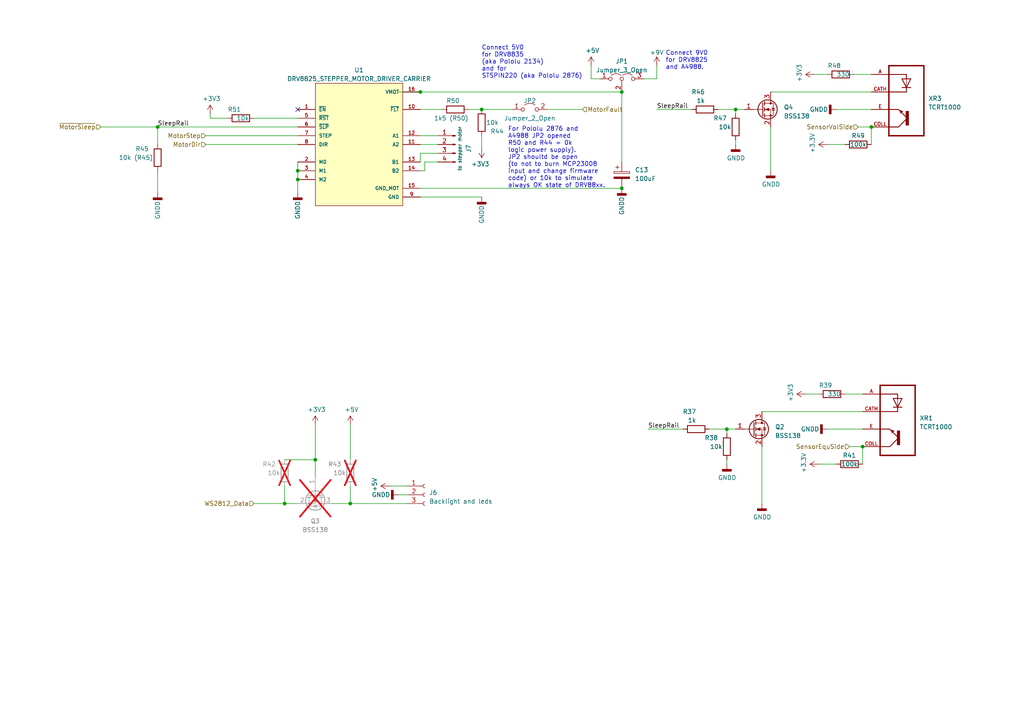
<source format=kicad_sch>
(kicad_sch (version 20230121) (generator eeschema)
  (paper "A4")
  (lib_symbols
    (symbol "Connector:Conn_01x03_Socket" (pin_names (offset 1.016) hide)
      (property "Reference" "J" (at 0 5.08 0))
      (property "Value" "Conn_01x03_Socket" (at 0 -5.08 0))
      (symbol "Conn_01x03_Socket_1_1"
        (arc (start 0 -2.032) (mid -0.5058 -2.54) (end 0 -3.048) (stroke (width 0.1524)))
        (polyline (pts (xy -1.27 -2.54) (xy -0.508 -2.54)) (stroke (width 0.1524)))
        (polyline (pts (xy -1.27 0) (xy -0.508 0)) (stroke (width 0.1524)))
        (polyline (pts (xy -1.27 2.54) (xy -0.508 2.54)) (stroke (width 0.1524)))
        (arc (start 0 0.508) (mid -0.5058 0) (end 0 -0.508) (stroke (width 0.1524)))
        (arc (start 0 3.048) (mid -0.5058 2.54) (end 0 2.032) (stroke (width 0.1524)))
        (pin passive line (at -5.08 2.54 0) (length 3.81) (name "Pin_1") (number "1"))
        (pin passive line (at -5.08 0 0) (length 3.81) (name "Pin_2") (number "2"))
        (pin passive line (at -5.08 -2.54 0) (length 3.81) (name "Pin_3") (number "3"))
      )
    )
    (symbol "Connector:Conn_01x04_Male" (pin_names (offset 1.016) hide)
      (property "Reference" "J" (at 0 5.08 0))
      (property "Value" "Connector_Conn_01x04_Male" (at 0 -7.62 0))
      (symbol "Conn_01x04_Male_1_1"
        (polyline (pts (xy 1.27 -5.08) (xy 0.8636 -5.08)) (stroke (width 0.1524)))
        (polyline (pts (xy 1.27 -2.54) (xy 0.8636 -2.54)) (stroke (width 0.1524)))
        (polyline (pts (xy 1.27 0) (xy 0.8636 0)) (stroke (width 0.1524)))
        (polyline (pts (xy 1.27 2.54) (xy 0.8636 2.54)) (stroke (width 0.1524)))
        (rectangle (start 0.8636 -4.953) (end 0 -5.207) (stroke (width 0.1524)) (fill (type outline)))
        (rectangle (start 0.8636 -2.413) (end 0 -2.667) (stroke (width 0.1524)) (fill (type outline)))
        (rectangle (start 0.8636 0.127) (end 0 -0.127) (stroke (width 0.1524)) (fill (type outline)))
        (rectangle (start 0.8636 2.667) (end 0 2.413) (stroke (width 0.1524)) (fill (type outline)))
        (pin passive line (at 5.08 2.54 180) (length 3.81) (name "Pin_1") (number "1"))
        (pin passive line (at 5.08 0 180) (length 3.81) (name "Pin_2") (number "2"))
        (pin passive line (at 5.08 -2.54 180) (length 3.81) (name "Pin_3") (number "3"))
        (pin passive line (at 5.08 -5.08 180) (length 3.81) (name "Pin_4") (number "4"))
      )
    )
    (symbol "DRV8825_STEPPER_MOTOR_DRIVER_CARRIER:DRV8825_STEPPER_MOTOR_DRIVER_CARRIER" (pin_names (offset 1.016))
      (property "Reference" "U" (at -12.7 18.542 0))
      (property "Value" "DRV8825_STEPPER_MOTOR_DRIVER_CARRIER" (at -12.7 -20.32 0))
      (symbol "DRV8825_STEPPER_MOTOR_DRIVER_CARRIER_0_0"
        (rectangle (start -12.7 -17.78) (end 12.7 17.78) (stroke (width 0.1524)) (fill (type background)))
        (pin input line (at -17.78 10.16 0) (length 5.08) (name "~{EN}") (number "1"))
        (pin output line (at 17.78 10.16 180) (length 5.08) (name "~{FLT}") (number "10"))
        (pin output line (at 17.78 0 180) (length 5.08) (name "A2") (number "11"))
        (pin output line (at 17.78 2.54 180) (length 5.08) (name "A1") (number "12"))
        (pin output line (at 17.78 -5.08 180) (length 5.08) (name "B1") (number "13"))
        (pin output line (at 17.78 -7.62 180) (length 5.08) (name "B2") (number "14"))
        (pin power_in line (at 17.78 -12.7 180) (length 5.08) (name "GND_MOT") (number "15"))
        (pin power_in line (at 17.78 15.24 180) (length 5.08) (name "VMOT") (number "16"))
        (pin input line (at -17.78 -5.08 0) (length 5.08) (name "M0") (number "2"))
        (pin input line (at -17.78 -7.62 0) (length 5.08) (name "M1") (number "3"))
        (pin input line (at -17.78 -10.16 0) (length 5.08) (name "M2") (number "4"))
        (pin input line (at -17.78 7.62 0) (length 5.08) (name "~{RST}") (number "5"))
        (pin input line (at -17.78 5.08 0) (length 5.08) (name "~{SLP}") (number "6"))
        (pin input line (at -17.78 2.54 0) (length 5.08) (name "STEP") (number "7"))
        (pin input line (at -17.78 0 0) (length 5.08) (name "DIR") (number "8"))
        (pin power_in line (at 17.78 -15.24 180) (length 5.08) (name "GND") (number "9"))
      )
    )
    (symbol "Device:C_Polarized" (pin_numbers hide) (pin_names (offset 0.254))
      (property "Reference" "C" (at 0.635 2.54 0))
      (property "Value" "C_Polarized" (at 0.635 -2.54 0))
      (symbol "C_Polarized_0_1"
        (rectangle (start -2.286 0.508) (end 2.286 1.016))
        (polyline (pts (xy -1.778 2.286) (xy -0.762 2.286)))
        (polyline (pts (xy -1.27 2.794) (xy -1.27 1.778)))
        (rectangle (start 2.286 -0.508) (end -2.286 -1.016) (fill (type outline)))
      )
      (symbol "C_Polarized_1_1"
        (pin passive line (at 0 3.81 270) (length 2.794) (name "~") (number "1"))
        (pin passive line (at 0 -3.81 90) (length 2.794) (name "~") (number "2"))
      )
    )
    (symbol "Device:R" (pin_numbers hide) (pin_names (offset 0))
      (property "Reference" "R" (at 2.032 0 90))
      (property "Value" "R" (at 0 0 90))
      (symbol "R_0_1"
        (rectangle (start -1.016 -2.54) (end 1.016 2.54) (stroke (width 0.254)))
      )
      (symbol "R_1_1"
        (pin passive line (at 0 3.81 270) (length 1.27) (name "~") (number "1"))
        (pin passive line (at 0 -3.81 90) (length 1.27) (name "~") (number "2"))
      )
    )
    (symbol "Jumper:Jumper_2_Open" (pin_names (offset 0) hide)
      (property "Reference" "JP" (at 0 2.794 0))
      (property "Value" "Jumper_2_Open" (at 0 -2.286 0))
      (symbol "Jumper_2_Open_0_0"
        (circle (center -2.032 0) (radius 0.508))
        (circle (center 2.032 0) (radius 0.508))
      )
      (symbol "Jumper_2_Open_0_1"
        (arc (start 1.524 1.27) (mid 0 1.778) (end -1.524 1.27))
      )
      (symbol "Jumper_2_Open_1_1"
        (pin passive line (at -5.08 0 0) (length 2.54) (name "A") (number "1"))
        (pin passive line (at 5.08 0 180) (length 2.54) (name "B") (number "2"))
      )
    )
    (symbol "Jumper:Jumper_3_Open" (pin_names (offset 0) hide)
      (property "Reference" "JP" (at -2.54 -2.54 0))
      (property "Value" "Jumper_3_Open" (at 0 2.794 0))
      (symbol "Jumper_3_Open_0_0"
        (circle (center -3.302 0) (radius 0.508))
        (circle (center 0 0) (radius 0.508))
        (circle (center 3.302 0) (radius 0.508))
      )
      (symbol "Jumper_3_Open_0_1"
        (arc (start -0.254 1.016) (mid -1.651 1.4992) (end -3.048 1.016))
        (polyline (pts (xy 0 -0.508) (xy 0 -1.27)))
        (arc (start 3.048 1.016) (mid 1.651 1.4992) (end 0.254 1.016))
      )
      (symbol "Jumper_3_Open_1_1"
        (pin passive line (at -6.35 0 0) (length 2.54) (name "A") (number "1"))
        (pin passive line (at 0 -3.81 90) (length 2.54) (name "C") (number "2"))
        (pin passive line (at 6.35 0 180) (length 2.54) (name "B") (number "3"))
      )
    )
    (symbol "TCRT1000:TCRT1000" (pin_names (offset 1.016) hide)
      (property "Reference" "XR" (at -5.08 10.6934 0))
      (property "Value" "TCRT1000" (at -5.1054 -12.7254 0))
      (symbol "TCRT1000_0_0"
        (rectangle (start -0.127 -7.112) (end 0.635 -3.048) (fill (type outline)))
        (polyline (pts (xy -5.08 -10.16) (xy 5.08 -10.16)) (stroke (width 0.4064)))
        (polyline (pts (xy -5.08 2.54) (xy -5.08 -10.16)) (stroke (width 0.4064)))
        (polyline (pts (xy -5.08 2.54) (xy -5.08 7.62)) (stroke (width 0.4064)))
        (polyline (pts (xy -5.08 7.62) (xy -5.08 10.16)) (stroke (width 0.4064)))
        (polyline (pts (xy -5.08 7.62) (xy 0 7.62)) (stroke (width 0.254)))
        (polyline (pts (xy -5.08 10.16) (xy 5.08 10.16)) (stroke (width 0.4064)))
        (polyline (pts (xy -4.826 -7.62) (xy -2.286 -7.62)) (stroke (width 0.254)))
        (polyline (pts (xy -2.286 -2.54) (xy -5.08 -2.54)) (stroke (width 0.254)))
        (polyline (pts (xy 0 2.54) (xy -5.08 2.54)) (stroke (width 0.254)))
        (polyline (pts (xy 0 3.81) (xy -1.27 3.81)) (stroke (width 0.254)))
        (polyline (pts (xy 0 3.81) (xy -1.27 6.35)) (stroke (width 0.254)))
        (polyline (pts (xy 0 3.81) (xy 0 2.54)) (stroke (width 0.254)))
        (polyline (pts (xy 0 6.35) (xy -1.27 6.35)) (stroke (width 0.254)))
        (polyline (pts (xy 0 6.35) (xy 0 3.81)) (stroke (width 0.1524)))
        (polyline (pts (xy 0 6.35) (xy 0 7.62)) (stroke (width 0.254)))
        (polyline (pts (xy 0.254 -5.08) (xy -2.286 -7.62)) (stroke (width 0.254)))
        (polyline (pts (xy 0.254 -5.08) (xy -2.286 -2.54)) (stroke (width 0.254)))
        (polyline (pts (xy 1.27 3.81) (xy 0 3.81)) (stroke (width 0.254)))
        (polyline (pts (xy 1.27 6.35) (xy 0 3.81)) (stroke (width 0.254)))
        (polyline (pts (xy 1.27 6.35) (xy 0 6.35)) (stroke (width 0.254)))
        (polyline (pts (xy 5.08 10.16) (xy 5.08 -10.16)) (stroke (width 0.4064)))
        (polyline (pts (xy -1.651 -3.683) (xy -1.016 -3.048) (xy -2.032 -2.794)) (stroke (width 0.1524)) (fill (type outline)))
        (pin passive line (at -10.16 7.62 0) (length 5.08) (name "A") (number "A"))
        (pin passive line (at -10.16 2.54 0) (length 5.08) (name "C") (number "CATH"))
        (pin passive line (at -10.16 -7.62 0) (length 5.08) (name "CO") (number "COLL"))
        (pin passive line (at -10.16 -2.54 0) (length 5.08) (name "E") (number "E"))
      )
    )
    (symbol "TCRT1000_1" (pin_names (offset 1.016) hide)
      (property "Reference" "XR" (at -5.08 10.6934 0))
      (property "Value" "TCRT1000" (at -5.1054 -12.7254 0))
      (symbol "TCRT1000_1_0_0"
        (rectangle (start -0.127 -7.112) (end 0.635 -3.048) (fill (type outline)))
        (polyline (pts (xy -5.08 -10.16) (xy 5.08 -10.16)) (stroke (width 0.4064)))
        (polyline (pts (xy -5.08 2.54) (xy -5.08 -10.16)) (stroke (width 0.4064)))
        (polyline (pts (xy -5.08 2.54) (xy -5.08 7.62)) (stroke (width 0.4064)))
        (polyline (pts (xy -5.08 7.62) (xy -5.08 10.16)) (stroke (width 0.4064)))
        (polyline (pts (xy -5.08 7.62) (xy 0 7.62)) (stroke (width 0.254)))
        (polyline (pts (xy -5.08 10.16) (xy 5.08 10.16)) (stroke (width 0.4064)))
        (polyline (pts (xy -4.826 -7.62) (xy -2.286 -7.62)) (stroke (width 0.254)))
        (polyline (pts (xy -2.286 -2.54) (xy -5.08 -2.54)) (stroke (width 0.254)))
        (polyline (pts (xy 0 2.54) (xy -5.08 2.54)) (stroke (width 0.254)))
        (polyline (pts (xy 0 3.81) (xy -1.27 3.81)) (stroke (width 0.254)))
        (polyline (pts (xy 0 3.81) (xy -1.27 6.35)) (stroke (width 0.254)))
        (polyline (pts (xy 0 3.81) (xy 0 2.54)) (stroke (width 0.254)))
        (polyline (pts (xy 0 6.35) (xy -1.27 6.35)) (stroke (width 0.254)))
        (polyline (pts (xy 0 6.35) (xy 0 3.81)) (stroke (width 0.1524)))
        (polyline (pts (xy 0 6.35) (xy 0 7.62)) (stroke (width 0.254)))
        (polyline (pts (xy 0.254 -5.08) (xy -2.286 -7.62)) (stroke (width 0.254)))
        (polyline (pts (xy 0.254 -5.08) (xy -2.286 -2.54)) (stroke (width 0.254)))
        (polyline (pts (xy 1.27 3.81) (xy 0 3.81)) (stroke (width 0.254)))
        (polyline (pts (xy 1.27 6.35) (xy 0 3.81)) (stroke (width 0.254)))
        (polyline (pts (xy 1.27 6.35) (xy 0 6.35)) (stroke (width 0.254)))
        (polyline (pts (xy 5.08 10.16) (xy 5.08 -10.16)) (stroke (width 0.4064)))
        (polyline (pts (xy -1.651 -3.683) (xy -1.016 -3.048) (xy -2.032 -2.794)) (stroke (width 0.1524)) (fill (type outline)))
        (pin passive line (at -10.16 7.62 0) (length 5.08) (name "A") (number "A"))
        (pin passive line (at -10.16 2.54 0) (length 5.08) (name "C") (number "CATH"))
        (pin passive line (at -10.16 -7.62 0) (length 5.08) (name "CO") (number "COLL"))
        (pin passive line (at -10.16 -2.54 0) (length 5.08) (name "E") (number "E"))
      )
    )
    (symbol "Transistor_FET:BSS138" (pin_names hide)
      (property "Reference" "Q" (at 5.08 1.905 0))
      (property "Value" "BSS138" (at 5.08 0 0))
      (symbol "BSS138_0_1"
        (polyline (pts (xy 0.254 0) (xy -2.54 0)))
        (polyline (pts (xy 0.254 1.905) (xy 0.254 -1.905)) (stroke (width 0.254)))
        (polyline (pts (xy 0.762 -1.27) (xy 0.762 -2.286)) (stroke (width 0.254)))
        (polyline (pts (xy 0.762 0.508) (xy 0.762 -0.508)) (stroke (width 0.254)))
        (polyline (pts (xy 0.762 2.286) (xy 0.762 1.27)) (stroke (width 0.254)))
        (polyline (pts (xy 2.54 2.54) (xy 2.54 1.778)))
        (polyline (pts (xy 2.54 -2.54) (xy 2.54 0) (xy 0.762 0)))
        (polyline (pts (xy 0.762 -1.778) (xy 3.302 -1.778) (xy 3.302 1.778) (xy 0.762 1.778)))
        (polyline (pts (xy 1.016 0) (xy 2.032 0.381) (xy 2.032 -0.381) (xy 1.016 0)) (fill (type outline)))
        (polyline (pts (xy 2.794 0.508) (xy 2.921 0.381) (xy 3.683 0.381) (xy 3.81 0.254)))
        (polyline (pts (xy 3.302 0.381) (xy 2.921 -0.254) (xy 3.683 -0.254) (xy 3.302 0.381)))
        (circle (center 1.651 0) (radius 2.794) (stroke (width 0.254)))
        (circle (center 2.54 -1.778) (radius 0.254) (fill (type outline)))
        (circle (center 2.54 1.778) (radius 0.254) (fill (type outline)))
      )
      (symbol "BSS138_1_1"
        (pin input line (at -5.08 0 0) (length 2.54) (name "G") (number "1"))
        (pin passive line (at 2.54 -5.08 90) (length 2.54) (name "S") (number "2"))
        (pin passive line (at 2.54 5.08 270) (length 2.54) (name "D") (number "3"))
      )
    )
    (symbol "power:+3.3V" (power) (pin_names (offset 0))
      (property "Value" "+3.3V" (at 0 3.556 0))
      (symbol "+3.3V_0_1"
        (polyline (pts (xy -0.762 1.27) (xy 0 2.54)))
        (polyline (pts (xy 0 0) (xy 0 2.54)))
        (polyline (pts (xy 0 2.54) (xy 0.762 1.27)))
      )
      (symbol "+3.3V_1_1"
        (pin power_in line (at 0 0 90) (length 0) hide (name "+3.3V") (number "1"))
      )
    )
    (symbol "power:+3V3" (power) (pin_names (offset 0))
      (property "Value" "+3V3" (at 0 3.556 0))
      (symbol "+3V3_0_1"
        (polyline (pts (xy -0.762 1.27) (xy 0 2.54)))
        (polyline (pts (xy 0 0) (xy 0 2.54)))
        (polyline (pts (xy 0 2.54) (xy 0.762 1.27)))
      )
      (symbol "+3V3_1_1"
        (pin power_in line (at 0 0 90) (length 0) hide (name "+3V3") (number "1"))
      )
    )
    (symbol "power:+5V" (power) (pin_names (offset 0))
      (property "Value" "+5V" (at 0 3.556 0))
      (symbol "+5V_0_1"
        (polyline (pts (xy -0.762 1.27) (xy 0 2.54)))
        (polyline (pts (xy 0 0) (xy 0 2.54)))
        (polyline (pts (xy 0 2.54) (xy 0.762 1.27)))
      )
      (symbol "+5V_1_1"
        (pin power_in line (at 0 0 90) (length 0) hide (name "+5V") (number "1"))
      )
    )
    (symbol "power:+9V" (power) (pin_names (offset 0))
      (property "Value" "+9V" (at 0 3.556 0))
      (symbol "+9V_0_1"
        (polyline (pts (xy -0.762 1.27) (xy 0 2.54)))
        (polyline (pts (xy 0 0) (xy 0 2.54)))
        (polyline (pts (xy 0 2.54) (xy 0.762 1.27)))
      )
      (symbol "+9V_1_1"
        (pin power_in line (at 0 0 90) (length 0) hide (name "+9V") (number "1"))
      )
    )
    (symbol "power:GNDD" (power) (pin_names (offset 0))
      (property "Value" "GNDD" (at 0 -3.175 0))
      (symbol "GNDD_0_1"
        (rectangle (start -1.27 -1.524) (end 1.27 -2.032) (stroke (width 0.254)) (fill (type outline)))
        (polyline (pts (xy 0 0) (xy 0 -1.524)))
      )
      (symbol "GNDD_1_1"
        (pin power_in line (at 0 0 270) (length 0) hide (name "GNDD") (number "1"))
      )
    )
  )
  (junction (at 139.7 31.75))
  (junction (at 86.36 52.07))
  (junction (at 121.92 26.67))
  (junction (at 210.82 124.46))
  (junction (at 250.19 129.54))
  (junction (at 101.6 146.05))
  (junction (at 45.72 36.83))
  (junction (at 82.55 146.05))
  (junction (at 86.36 49.53))
  (junction (at 91.44 133.35))
  (junction (at 180.34 54.61))
  (junction (at 180.34 26.67))
  (junction (at 213.36 31.75))
  (junction (at 252.73 36.83))
  (no_connect (at 86.36 31.75))
  (wire (pts (xy 233.68 114.3) (xy 237.49 114.3)))
  (wire (pts (xy 213.36 31.75) (xy 215.9 31.75)))
  (wire (pts (xy 220.98 119.38) (xy 250.19 119.38)))
  (wire (pts (xy 121.92 49.53) (xy 123.19 49.53)))
  (wire (pts (xy 96.52 146.05) (xy 101.6 146.05)))
  (wire (pts (xy 190.5 31.75) (xy 200.66 31.75)))
  (wire (pts (xy 86.36 46.99) (xy 86.36 49.53)))
  (wire (pts (xy 82.55 146.05) (xy 86.36 146.05)))
  (wire (pts (xy 213.36 41.91) (xy 213.36 40.64)))
  (wire (pts (xy 121.92 57.15) (xy 139.7 57.15)))
  (wire (pts (xy 86.36 49.53) (xy 86.36 52.07)))
  (wire (pts (xy 171.45 19.05) (xy 171.45 22.86)))
  (wire (pts (xy 220.98 129.54) (xy 220.98 146.05)))
  (wire (pts (xy 242.57 31.75) (xy 252.73 31.75)))
  (wire (pts (xy 171.45 22.86) (xy 173.99 22.86)))
  (wire (pts (xy 245.11 114.3) (xy 250.19 114.3)))
  (wire (pts (xy 101.6 140.97) (xy 101.6 146.05)))
  (wire (pts (xy 135.89 31.75) (xy 139.7 31.75)))
  (wire (pts (xy 187.96 124.46) (xy 198.12 124.46)))
  (wire (pts (xy 248.92 36.83) (xy 252.73 36.83)))
  (wire (pts (xy 210.82 125.73) (xy 210.82 124.46)))
  (wire (pts (xy 82.55 140.97) (xy 82.55 146.05)))
  (wire (pts (xy 82.55 133.35) (xy 91.44 133.35)))
  (wire (pts (xy 121.92 31.75) (xy 128.27 31.75)))
  (wire (pts (xy 121.92 54.61) (xy 180.34 54.61)))
  (wire (pts (xy 101.6 123.19) (xy 101.6 133.35)))
  (wire (pts (xy 139.7 39.37) (xy 139.7 43.18)))
  (wire (pts (xy 121.92 41.91) (xy 127 41.91)))
  (wire (pts (xy 208.28 31.75) (xy 213.36 31.75)))
  (wire (pts (xy 45.72 36.83) (xy 45.72 41.91)))
  (wire (pts (xy 29.21 36.83) (xy 45.72 36.83)))
  (wire (pts (xy 190.5 19.05) (xy 190.5 22.86)))
  (wire (pts (xy 252.73 36.83) (xy 252.73 41.91)))
  (wire (pts (xy 86.36 52.07) (xy 86.36 55.88)))
  (wire (pts (xy 59.69 39.37) (xy 86.36 39.37)))
  (wire (pts (xy 210.82 124.46) (xy 213.36 124.46)))
  (wire (pts (xy 121.92 39.37) (xy 127 39.37)))
  (wire (pts (xy 91.44 133.35) (xy 91.44 138.43)))
  (wire (pts (xy 190.5 22.86) (xy 186.69 22.86)))
  (wire (pts (xy 240.03 124.46) (xy 250.19 124.46)))
  (wire (pts (xy 73.66 34.29) (xy 86.36 34.29)))
  (wire (pts (xy 123.19 49.53) (xy 123.19 46.99)))
  (wire (pts (xy 250.19 129.54) (xy 250.19 134.62)))
  (wire (pts (xy 180.34 26.67) (xy 180.34 46.99)))
  (wire (pts (xy 246.38 129.54) (xy 250.19 129.54)))
  (wire (pts (xy 247.65 21.59) (xy 252.73 21.59)))
  (wire (pts (xy 223.52 36.83) (xy 223.52 49.53)))
  (wire (pts (xy 223.52 26.67) (xy 252.73 26.67)))
  (wire (pts (xy 59.69 41.91) (xy 86.36 41.91)))
  (wire (pts (xy 205.74 124.46) (xy 210.82 124.46)))
  (wire (pts (xy 73.66 146.05) (xy 82.55 146.05)))
  (wire (pts (xy 121.92 44.45) (xy 127 44.45)))
  (wire (pts (xy 158.75 31.75) (xy 168.91 31.75)))
  (wire (pts (xy 121.92 46.99) (xy 121.92 44.45)))
  (wire (pts (xy 123.19 46.99) (xy 127 46.99)))
  (wire (pts (xy 242.57 134.62) (xy 237.49 134.62)))
  (wire (pts (xy 101.6 146.05) (xy 118.11 146.05)))
  (wire (pts (xy 115.57 143.51) (xy 118.11 143.51)))
  (wire (pts (xy 45.72 49.53) (xy 45.72 55.88)))
  (wire (pts (xy 236.22 21.59) (xy 240.03 21.59)))
  (wire (pts (xy 91.44 123.19) (xy 91.44 133.35)))
  (wire (pts (xy 213.36 33.02) (xy 213.36 31.75)))
  (wire (pts (xy 45.72 36.83) (xy 86.36 36.83)))
  (wire (pts (xy 115.57 26.67) (xy 121.92 26.67)))
  (wire (pts (xy 113.03 140.97) (xy 118.11 140.97)))
  (wire (pts (xy 139.7 31.75) (xy 148.59 31.75)))
  (wire (pts (xy 60.96 33.02) (xy 60.96 34.29)))
  (wire (pts (xy 60.96 34.29) (xy 66.04 34.29)))
  (wire (pts (xy 245.11 41.91) (xy 240.03 41.91)))
  (wire (pts (xy 210.82 134.62) (xy 210.82 133.35)))
  (wire (pts (xy 121.92 26.67) (xy 180.34 26.67)))
  (text "Connect 5V0\nfor DRV8835\n(aka Pololu 2134)\nand for\nSTSPIN220 (aka Pololu 2876)" (at 139.7 22.86 0) (effects (font (size 1.27 1.27)) (justify left bottom)))
  (text "For Pololu 2876 and\nA4988 JP2 opened\nR50 and R44 = 0k\nlogic power supply).\nJP2 shoultd be open\n(to not to burn MCP23008\ninput and change firmware\ncode) or 10k to simulate\nalways OK state of DRV88xx." (at 147.32 54.61 0) (effects (font (size 1.27 1.27)) (justify left bottom)))
  (text "Connect 9V0\nfor DRV8825\nand A4988." (at 193.04 20.32 0) (effects (font (size 1.27 1.27)) (justify left bottom)))
  (label "SleepRail" (at 187.96 124.46 0))
  (label "SleepRail" (at 190.5 31.75 0))
  (label "SleepRail" (at 45.72 36.83 0))
  (hierarchical_label "MotorDir" (shape input) (at 59.69 41.91 180))
  (hierarchical_label "MotorStep" (shape input) (at 59.69 39.37 180))
  (hierarchical_label "SensorVolSide" (shape input) (at 248.92 36.83 180))
  (hierarchical_label "SensorEquSide" (shape input) (at 246.38 129.54 180))
  (hierarchical_label "WS2812_Data" (shape input) (at 73.66 146.05 180))
  (hierarchical_label "MotorFault" (shape input) (at 168.91 31.75 0))
  (hierarchical_label "~{MotorSleep}" (shape input) (at 29.21 36.83 180))
  (symbol (lib_id "power:+3V3") (at 139.7 43.18 180) (unit 1)
    (property "Reference" "#PWR066" (effects hide))
    (property "Value" "+3V3" (at 139.319 47.5742 0))
    (instances (project "esp32 bluetooth" (path "" (reference "#PWR066") (unit 1))) (project "power_supply" (path "" (reference "#PWR0102") (unit 1))))
  )
  (symbol (lib_id "Device:R") (at 69.85 34.29 90) (unit 1)
    (property "Reference" "R51" (at 66.04 31.75 90) (effects (justify right)))
    (property "Value" "10k" (at 68.58 34.29 90) (effects (justify right)))
    (property "Footprint" "Resistor_SMD:R_0603_1608Metric" (effects hide))
    (property "Module" "power supply" (effects hide))
    (property "TME no." "RC0603FR-1310KL" (effects hide))
    (instances (project "esp32 bluetooth" (path "" (reference "R51") (unit 1))) (project "power_supply" (path "" (reference "R3") (unit 1))))
  )
  (symbol (lib_id "power:+5V") (at 101.6 123.19 0) (unit 1)
    (property "Reference" "#PWR054" (effects hide))
    (property "Value" "+5V" (at 101.981 118.7958 0))
    (instances (project "esp32 bluetooth" (path "" (reference "#PWR054") (unit 1))) (project "power_supply" (path "" (reference "#PWR0103") (unit 1))))
  )
  (symbol (lib_id "Transistor_FET:BSS138") (at 220.98 31.75 0) (unit 1)
    (property "Reference" "Q4" (at 227.33 31.115 0) (effects (justify left)))
    (property "Value" "BSS138" (at 227.33 33.655 0) (effects (justify left)))
    (property "Footprint" "Package_TO_SOT_SMD:SOT-23" (effects hide))
    (property "Datasheet" "https://www.onsemi.com/pub/Collateral/BSS138-D.PDF" (effects hide))
    (property "TME no." "BSS138" (effects hide))
  )
  (symbol (lib_id "power:GNDD") (at 180.34 54.61 0) (unit 1)
    (property "Reference" "#PWR069" (effects hide))
    (property "Value" "GNDD" (at 180.34 59.69 90))
    (instances (project "esp32 bluetooth" (path "" (reference "#PWR069") (unit 1))) (project "power_supply" (path "" (reference "#PWR06") (unit 1))))
  )
  (symbol (lib_id "power:GNDD") (at 223.52 49.53 0) (unit 1)
    (property "Reference" "#PWR062" (effects hide))
    (property "Value" "GNDD" (at 223.6216 53.467 0))
    (instances (project "esp32 bluetooth" (path "" (reference "#PWR062") (unit 1))) (project "power_supply" (path "" (reference "#PWR07") (unit 1))))
  )
  (symbol (lib_id "power:GNDD") (at 242.57 31.75 270) (unit 1)
    (property "Reference" "#PWR065" (effects hide))
    (property "Value" "GNDD" (at 237.49 31.75 90))
    (instances (project "esp32 bluetooth" (path "" (reference "#PWR065") (unit 1))) (project "05_01 HMI_driver_stepper_motor" (path "" (reference "#PWR?") (unit 1)) (path "" (reference "#PWR0115") (unit 1))))
  )
  (symbol (lib_id "Device:R") (at 243.84 21.59 90) (unit 1)
    (property "Reference" "R48" (at 240.03 19.05 90) (effects (justify right)))
    (property "Value" "330" (at 242.57 21.59 90) (effects (justify right)))
    (property "Footprint" "Resistor_SMD:R_0603_1608Metric" (effects hide))
    (property "Module" "power supply" (effects hide))
    (property "TME no." "SMD0603-330R-1%" (effects hide))
    (instances (project "esp32 bluetooth" (path "" (reference "R48") (unit 1))) (project "power_supply" (path "" (reference "R8") (unit 1))))
  )
  (symbol (lib_id "Device:R") (at 201.93 124.46 270) (unit 1)
    (property "Reference" "R37" (at 201.93 119.38 90) (effects (justify right)))
    (property "Value" "1k" (at 201.93 121.92 90) (effects (justify right)))
    (property "Footprint" "Resistor_SMD:R_0603_1608Metric" (effects hide))
    (property "Module" "power supply" (effects hide))
    (property "TME no." "CRG0603F1K0" (effects hide))
    (instances (project "esp32 bluetooth" (path "" (reference "R37") (unit 1))) (project "power_supply" (path "" (reference "R2") (unit 1))))
  )
  (symbol (lib_id "Transistor_FET:BSS138") (at 91.44 143.51 270) (unit 1) (dnp yes)
    (property "Reference" "Q3" (at 91.44 151.13 90))
    (property "Value" "BSS138" (at 91.44 153.67 90))
    (property "Footprint" "Package_TO_SOT_SMD:SOT-23" (effects hide))
    (property "Datasheet" "https://www.onsemi.com/pub/Collateral/BSS138-D.PDF" (effects hide))
    (property "TME no." "BSS138" (effects hide))
  )
  (symbol (lib_id "power:GNDD") (at 213.36 41.91 0) (unit 1)
    (property "Reference" "#PWR061" (effects hide))
    (property "Value" "GNDD" (at 213.4616 45.847 0))
    (instances (project "esp32 bluetooth" (path "" (reference "#PWR061") (unit 1))) (project "power_supply" (path "" (reference "#PWR06") (unit 1))))
  )
  (symbol (lib_id "power:+3.3V") (at 240.03 41.91 90) (unit 1)
    (property "Reference" "#PWR064" (effects hide))
    (property "Value" "+3.3V" (at 235.6358 41.529 0))
    (instances (project "esp32 bluetooth" (path "" (reference "#PWR064") (unit 1))) (project "05_01 HMI_driver_stepper_motor" (path "" (reference "#PWR0112") (unit 1))))
  )
  (symbol (lib_id "Device:R") (at 210.82 129.54 0) (unit 1)
    (property "Reference" "R38" (at 208.28 127 0) (effects (justify right)))
    (property "Value" "10k" (at 209.55 129.54 0) (effects (justify right)))
    (property "Footprint" "Resistor_SMD:R_0603_1608Metric" (effects hide))
    (property "Module" "power supply" (effects hide))
    (property "TME no." "RC0603FR-1310KL" (effects hide))
    (instances (project "esp32 bluetooth" (path "" (reference "R38") (unit 1))) (project "power_supply" (path "" (reference "R3") (unit 1))))
  )
  (symbol (lib_id "power:+3V3") (at 91.44 123.19 0) (unit 1)
    (property "Reference" "#PWR053" (effects hide))
    (property "Value" "+3V3" (at 91.821 118.7958 0))
    (instances (project "esp32 bluetooth" (path "" (reference "#PWR053") (unit 1))) (project "power_supply" (path "" (reference "#PWR0102") (unit 1))))
  )
  (symbol (lib_id "Device:R") (at 139.7 35.56 180) (unit 1)
    (property "Reference" "R44" (at 142.24 38.1 0) (effects (justify right)))
    (property "Value" "10k" (at 140.97 35.56 0) (effects (justify right)))
    (property "Footprint" "Resistor_SMD:R_0603_1608Metric" (effects hide))
    (property "Module" "power supply" (effects hide))
    (property "TME no." "RC0603FR-1310KL" (effects hide))
    (instances (project "esp32 bluetooth" (path "" (reference "R44") (unit 1))) (project "power_supply" (path "" (reference "R3") (unit 1))))
  )
  (symbol (lib_id "DRV8825_STEPPER_MOTOR_DRIVER_CARRIER:DRV8825_STEPPER_MOTOR_DRIVER_CARRIER") (at 104.14 41.91 0) (unit 1)
    (property "Reference" "U1" (at 104.14 20.32 0))
    (property "Value" "DRV8825_STEPPER_MOTOR_DRIVER_CARRIER" (at 104.14 22.86 0))
    (property "Footprint" "DRV8825_breakout:8825" (effects hide))
    (property "Datasheet" "https://lastminuteengineers.com/drv8825-stepper-motor-driver-arduino-tutorial/" (effects hide))
    (property "MF" "Pololu" (effects hide))
    (property "DESCRIPTION" "Stepper motor controler; IC: DRV8825; 1.5A; Uin mot: 8.2÷45V" (effects hide))
    (property "PACKAGE" "None" (effects hide))
    (property "PRICE" "None" (effects hide))
    (property "MP" "DRV8825 STEPPER MOTOR DRIVER CARRIER" (effects hide))
    (property "AVAILABILITY" "Unavailable" (effects hide))
    (property "TME no." "n/a" (effects hide))
  )
  (symbol (lib_id "power:GNDD") (at 240.03 124.46 270) (unit 1)
    (property "Reference" "#PWR057" (effects hide))
    (property "Value" "GNDD" (at 234.95 124.46 90))
    (instances (project "esp32 bluetooth" (path "" (reference "#PWR057") (unit 1))) (project "05_01 HMI_driver_stepper_motor" (path "" (reference "#PWR?") (unit 1)) (path "" (reference "#PWR0115") (unit 1))))
  )
  (symbol (lib_id "power:+3V3") (at 236.22 21.59 90) (unit 1)
    (property "Reference" "#PWR063" (effects hide))
    (property "Value" "+3V3" (at 231.8258 21.209 0))
    (instances (project "esp32 bluetooth" (path "" (reference "#PWR063") (unit 1))) (project "power_supply" (path "" (reference "#PWR0102") (unit 1))))
  )
  (symbol (lib_id "power:+9V") (at 190.5 19.05 0) (unit 1)
    (property "Reference" "#PWR03" (effects hide))
    (property "Value" "+9V" (at 190.5 15.24 0))
    (instances (project "esp32 bluetooth" (path "" (reference "#PWR03") (unit 1))) (project "power_supply" (path "" (reference "#PWR0104") (unit 1))))
  )
  (symbol (lib_id "Device:R") (at 241.3 114.3 90) (unit 1)
    (property "Reference" "R39" (at 237.49 111.76 90) (effects (justify right)))
    (property "Value" "330" (at 240.03 114.3 90) (effects (justify right)))
    (property "Footprint" "Resistor_SMD:R_0603_1608Metric" (effects hide))
    (property "Module" "power supply" (effects hide))
    (property "TME no." "SMD0603-330R-1%" (effects hide))
    (instances (project "esp32 bluetooth" (path "" (reference "R39") (unit 1))) (project "power_supply" (path "" (reference "R8") (unit 1))))
  )
  (symbol (lib_id "Device:R") (at 204.47 31.75 270) (unit 1)
    (property "Reference" "R46" (at 204.47 26.67 90) (effects (justify right)))
    (property "Value" "1k" (at 204.47 29.21 90) (effects (justify right)))
    (property "Footprint" "Resistor_SMD:R_0603_1608Metric" (effects hide))
    (property "Module" "power supply" (effects hide))
    (property "TME no." "CRG0603F1K0" (effects hide))
    (instances (project "esp32 bluetooth" (path "" (reference "R46") (unit 1))) (project "power_supply" (path "" (reference "R2") (unit 1))))
  )
  (symbol (lib_id "power:+3V3") (at 60.96 33.02 0) (unit 1)
    (property "Reference" "#PWR068" (effects hide))
    (property "Value" "+3V3" (at 61.341 28.6258 0))
    (instances (project "esp32 bluetooth" (path "" (reference "#PWR068") (unit 1))) (project "power_supply" (path "" (reference "#PWR0102") (unit 1))))
  )
  (symbol (lib_id "Connector:Conn_01x04_Male") (at 132.08 41.91 0) (mirror y) (unit 1)
    (property "Reference" "J7" (at 135.89 41.91 90) (effects (justify right)))
    (property "Value" "to stepper motor" (at 133.35 36.83 90) (effects (font (size 0.9906 0.9906) italic) (justify right)))
    (property "Footprint" "Connector_JST:JST_PH_B4B-PH-K_1x04_P2.00mm_Vertical" (effects hide))
    (property "Datasheet" "http://www.jst-mfg.com/product/pdf/eng/ePH.pdf" (effects hide))
    (property "TME no." "B4B-PH-K-S" (effects hide))
    (property "Manufacturer" "JST" (effects hide))
    (property "Manufacturer no." "B4B-PH-K-S" (effects hide))
    (instances (project "esp32 bluetooth" (path "" (reference "J7") (unit 1))) (project "05_01 HMI_driver_stepper_motor" (path "" (reference "J?") (unit 1)) (path "" (reference "J2") (unit 1))))
  )
  (symbol (lib_id "Transistor_FET:BSS138") (at 218.44 124.46 0) (unit 1)
    (property "Reference" "Q2" (at 224.79 123.825 0) (effects (justify left)))
    (property "Value" "BSS138" (at 224.79 126.365 0) (effects (justify left)))
    (property "Footprint" "Package_TO_SOT_SMD:SOT-23" (effects hide))
    (property "Datasheet" "https://www.onsemi.com/pub/Collateral/BSS138-D.PDF" (effects hide))
    (property "TME no." "BSS138" (effects hide))
  )
  (symbol (lib_id "power:GNDD") (at 210.82 134.62 0) (unit 1)
    (property "Reference" "#PWR049" (effects hide))
    (property "Value" "GNDD" (at 210.9216 138.557 0))
    (instances (project "esp32 bluetooth" (path "" (reference "#PWR049") (unit 1))) (project "power_supply" (path "" (reference "#PWR06") (unit 1))))
  )
  (symbol (lib_id "power:+3.3V") (at 237.49 134.62 90) (unit 1)
    (property "Reference" "#PWR052" (effects hide))
    (property "Value" "+3.3V" (at 233.0958 134.239 0))
    (instances (project "esp32 bluetooth" (path "" (reference "#PWR052") (unit 1))) (project "05_01 HMI_driver_stepper_motor" (path "" (reference "#PWR0112") (unit 1))))
  )
  (symbol (lib_id "Device:R") (at 132.08 31.75 270) (unit 1)
    (property "Reference" "R50" (at 133.35 29.21 90) (effects (justify right)))
    (property "Value" "1k5 (R50)" (at 135.89 34.29 90) (effects (justify right)))
    (property "Footprint" "Resistor_SMD:R_0603_1608Metric" (effects hide))
    (property "Module" "power supply" (effects hide))
    (property "TME no." "SMD0603-1K5-1%" (effects hide))
    (instances (project "esp32 bluetooth" (path "" (reference "R50") (unit 1))) (project "power_supply" (path "" (reference "R2") (unit 1))))
  )
  (symbol (lib_id "Device:R") (at 248.92 41.91 270) (unit 1)
    (property "Reference" "R49" (at 248.92 39.37 90))
    (property "Value" "100k" (at 248.92 41.91 90))
    (property "Footprint" "Resistor_SMD:R_0603_1608Metric" (effects hide))
    (property "Module" "all_HMI_stepper" (effects hide))
    (property "TME no." "RC0603FR-07100K" (effects hide))
    (instances (project "esp32 bluetooth" (path "" (reference "R49") (unit 1))) (project "05_01 HMI_driver_stepper_motor" (path "" (reference "R?") (unit 1)) (path "" (reference "R15") (unit 1))))
  )
  (symbol (lib_id "power:GNDD") (at 86.36 55.88 0) (unit 1)
    (property "Reference" "#PWR058" (effects hide))
    (property "Value" "GNDD" (at 86.36 60.96 90))
    (instances (project "esp32 bluetooth" (path "" (reference "#PWR058") (unit 1))) (project "power_supply" (path "" (reference "#PWR06") (unit 1))))
  )
  (symbol (lib_id "power:+3V3") (at 233.68 114.3 90) (unit 1)
    (property "Reference" "#PWR051" (effects hide))
    (property "Value" "+3V3" (at 229.2858 113.919 0))
    (instances (project "esp32 bluetooth" (path "" (reference "#PWR051") (unit 1))) (project "power_supply" (path "" (reference "#PWR0102") (unit 1))))
  )
  (symbol (lib_id "power:GNDD") (at 45.72 55.88 0) (unit 1)
    (property "Reference" "#PWR067" (effects hide))
    (property "Value" "GNDD" (at 45.72 60.96 90))
    (instances (project "esp32 bluetooth" (path "" (reference "#PWR067") (unit 1))) (project "power_supply" (path "" (reference "#PWR06") (unit 1))))
  )
  (symbol (lib_name "TCRT1000_1") (lib_id "TCRT1000:TCRT1000") (at 260.35 121.92 0) (unit 1)
    (property "Reference" "XR1" (at 266.7 121.285 0) (effects (justify left)))
    (property "Value" "TCRT1000" (at 266.7 123.825 0) (effects (justify left)))
    (property "Footprint" "OptoDevices_SileliS:XDCR_TCRT1000" (effects hide))
    (property "Datasheet" "https://www.vishay.com/docs/83752/tcrt1000.pdf" (effects hide))
    (property "TME no." "TCRT1000" (effects hide))
  )
  (symbol (lib_id "power:+5V") (at 113.03 140.97 90) (unit 1)
    (property "Reference" "#PWR059" (effects hide))
    (property "Value" "+5V" (at 108.6358 140.589 0))
    (instances (project "esp32 bluetooth" (path "" (reference "#PWR059") (unit 1))) (project "power_supply" (path "" (reference "#PWR0103") (unit 1))))
  )
  (symbol (lib_id "Device:R") (at 45.72 45.72 0) (unit 1)
    (property "Reference" "R45" (at 43.18 43.18 0) (effects (justify right)))
    (property "Value" "10k (R45)" (at 44.45 45.72 0) (effects (justify right)))
    (property "Footprint" "Resistor_SMD:R_0603_1608Metric" (effects hide))
    (property "Module" "power supply" (effects hide))
    (property "TME no." "RC0603FR-1310KL" (effects hide))
    (instances (project "esp32 bluetooth" (path "" (reference "R45") (unit 1))) (project "power_supply" (path "" (reference "R3") (unit 1))))
  )
  (symbol (lib_name "TCRT1000_1") (lib_id "TCRT1000:TCRT1000") (at 262.89 29.21 0) (unit 1)
    (property "Reference" "XR3" (at 269.24 28.575 0) (effects (justify left)))
    (property "Value" "TCRT1000" (at 269.24 31.115 0) (effects (justify left)))
    (property "Footprint" "OptoDevices_SileliS:XDCR_TCRT1000" (effects hide))
    (property "Datasheet" "https://www.vishay.com/docs/83752/tcrt1000.pdf" (effects hide))
    (property "TME no." "TCRT1000" (effects hide))
  )
  (symbol (lib_id "Device:R") (at 82.55 137.16 0) (unit 1) (dnp yes)
    (property "Reference" "R42" (at 80.01 134.62 0) (effects (justify right)))
    (property "Value" "10k" (at 81.28 137.16 0) (effects (justify right)))
    (property "Footprint" "Resistor_SMD:R_0603_1608Metric" (effects hide))
    (property "Module" "power supply" (effects hide))
    (property "TME no." "RC0603FR-1310KL" (effects hide))
    (instances (project "esp32 bluetooth" (path "" (reference "R42") (unit 1))) (project "power_supply" (path "" (reference "R3") (unit 1))))
  )
  (symbol (lib_id "Connector:Conn_01x03_Socket") (at 123.19 143.51 0) (unit 1)
    (property "Reference" "J6" (at 124.46 142.875 0) (effects (justify left)))
    (property "Value" "Backlight and leds" (at 124.46 145.415 0) (effects (justify left)))
    (property "Footprint" "Connector_JST:JST_PH_B3B-PH-K_1x03_P2.00mm_Vertical" (effects hide))
    (property "TME no." "n/a" (effects hide))
  )
  (symbol (lib_id "Jumper:Jumper_2_Open") (at 153.67 31.75 0) (unit 1)
    (property "Reference" "JP2" (at 153.67 29.21 0))
    (property "Value" "Jumper_2_Open" (at 153.67 34.29 0))
    (property "Footprint" "Resistor_SMD:R_0805_2012Metric" (effects hide))
    (property "TME no." "n/a" (effects hide))
  )
  (symbol (lib_id "Device:C_Polarized") (at 180.34 50.8 0) (unit 1)
    (property "Reference" "C13" (at 184.15 49.276 0) (effects (justify left)))
    (property "Value" "100uF" (at 184.15 51.816 0) (effects (justify left)))
    (property "Footprint" "Capacitor_THT:CP_Radial_D5.0mm_P2.00mm" (effects hide))
    (property "TME no." "PF1E101MNN6311U" (effects hide))
  )
  (symbol (lib_id "Jumper:Jumper_3_Open") (at 180.34 22.86 0) (unit 1)
    (property "Reference" "JP1" (at 180.34 17.78 0))
    (property "Value" "Jumper_3_Open" (at 180.34 20.32 0))
    (property "Footprint" "Jumper:SolderJumper-3_P1.3mm_Open_Pad1.0x1.5mm" (effects hide))
    (property "TME no." "n/a" (effects hide))
  )
  (symbol (lib_id "power:GNDD") (at 139.7 57.15 0) (unit 1)
    (property "Reference" "#PWR056" (effects hide))
    (property "Value" "GNDD" (at 139.7 62.23 90))
    (instances (project "esp32 bluetooth" (path "" (reference "#PWR056") (unit 1))) (project "power_supply" (path "" (reference "#PWR06") (unit 1))))
  )
  (symbol (lib_id "Device:R") (at 246.38 134.62 270) (unit 1)
    (property "Reference" "R41" (at 246.38 132.08 90))
    (property "Value" "100k" (at 246.38 134.62 90))
    (property "Footprint" "Resistor_SMD:R_0603_1608Metric" (effects hide))
    (property "Module" "all_HMI_stepper" (effects hide))
    (property "TME no." "RC0603FR-07100K" (effects hide))
    (instances (project "esp32 bluetooth" (path "" (reference "R41") (unit 1))) (project "05_01 HMI_driver_stepper_motor" (path "" (reference "R?") (unit 1)) (path "" (reference "R15") (unit 1))))
  )
  (symbol (lib_id "power:+5V") (at 171.45 19.05 0) (unit 1)
    (property "Reference" "#PWR055" (effects hide))
    (property "Value" "+5V" (at 171.831 14.6558 0))
    (instances (project "esp32 bluetooth" (path "" (reference "#PWR055") (unit 1))) (project "power_supply" (path "" (reference "#PWR0103") (unit 1))))
  )
  (symbol (lib_id "power:GNDD") (at 115.57 143.51 270) (unit 1)
    (property "Reference" "#PWR060" (effects hide))
    (property "Value" "GNDD" (at 110.49 143.51 90))
    (instances (project "esp32 bluetooth" (path "" (reference "#PWR060") (unit 1))) (project "power_supply" (path "" (reference "#PWR06") (unit 1))))
  )
  (symbol (lib_id "Device:R") (at 213.36 36.83 0) (unit 1)
    (property "Reference" "R47" (at 210.82 34.29 0) (effects (justify right)))
    (property "Value" "10k" (at 212.09 36.83 0) (effects (justify right)))
    (property "Footprint" "Resistor_SMD:R_0603_1608Metric" (effects hide))
    (property "Module" "power supply" (effects hide))
    (property "TME no." "RC0603FR-1310KL" (effects hide))
    (instances (project "esp32 bluetooth" (path "" (reference "R47") (unit 1))) (project "power_supply" (path "" (reference "R3") (unit 1))))
  )
  (symbol (lib_id "power:GNDD") (at 220.98 146.05 0) (unit 1)
    (property "Reference" "#PWR050" (effects hide))
    (property "Value" "GNDD" (at 221.0816 149.987 0))
    (instances (project "esp32 bluetooth" (path "" (reference "#PWR050") (unit 1))) (project "power_supply" (path "" (reference "#PWR07") (unit 1))))
  )
  (symbol (lib_id "Device:R") (at 101.6 137.16 0) (unit 1) (dnp yes)
    (property "Reference" "R43" (at 99.06 134.62 0) (effects (justify right)))
    (property "Value" "10k" (at 100.33 137.16 0) (effects (justify right)))
    (property "Footprint" "Resistor_SMD:R_0603_1608Metric" (effects hide))
    (property "Module" "power supply" (effects hide))
    (property "TME no." "RC0603FR-1310KL" (effects hide))
    (instances (project "esp32 bluetooth" (path "" (reference "R43") (unit 1))) (project "power_supply" (path "" (reference "R3") (unit 1))))
  )
)
</source>
